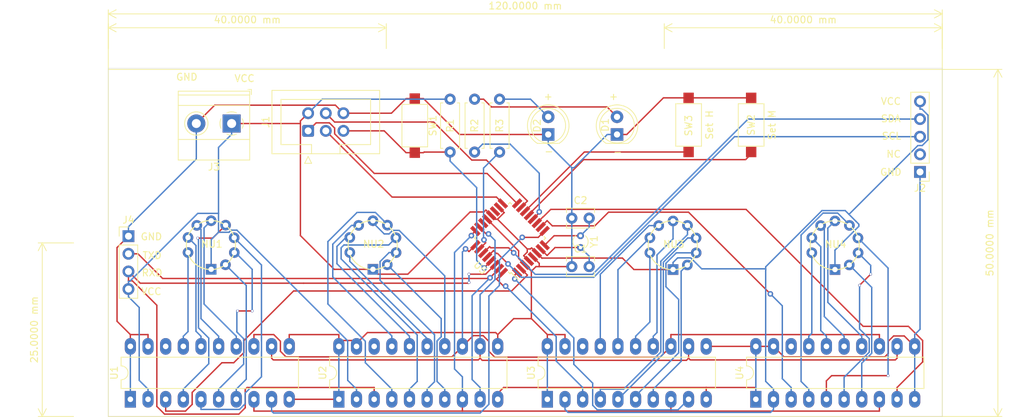
<source format=kicad_pcb>
(kicad_pcb (version 20211014) (generator pcbnew)
  (layers (0 "F.Cu" signal) (31 "B.Cu" signal) (34 "B.Paste" user) (35 "F.Paste" user) (36 "B.SilkS" user "B.Silkscreen") (37 "F.SilkS" user "F.Silkscreen") (38 "B.Mask" user) (39 "F.Mask" user) (44 "Edge.Cuts" user))
  (net 0 "")
  (net 1 "VCC")
  (net 2 "RST")
  (net 3 "Net-(U2-Pad4)")
  (net 4 "Net-(U2-Pad5)")
  (net 5 "Net-(U2-Pad6)")
  (net 6 "Net-(U2-Pad7)")
  (net 7 "Net-(U2-Pad14)")
  (net 8 "Net-(U2-Pad15)")
  (net 9 "Net-(U2-Pad16)")
  (net 10 "Net-(SW2-Pad1)")
  (net 11 "SRCK")
  (net 12 "Net-(SW3-Pad1)")
  (net 15 "MOSI")
  (net 16 "MISO")
  (net 17 "SCK")
  (net 18 "GNDREF")
  (net 19 "Net-(C2-Pad2)")
  (net 20 "Net-(C1-Pad2)")
  (net 21 "G4")
  (net 22 "SD4")
  (net 23 "G3")
  (net 24 "SD3")
  (net 25 "G2")
  (net 26 "SD2")
  (net 27 "RCLK")
  (net 28 "G1")
  (net 29 "SRCLR")
  (net 30 "SD1")
  (net 31 "Net-(U4-Pad4)")
  (net 32 "Net-(U4-Pad5)")
  (net 33 "Net-(U4-Pad6)")
  (net 34 "Net-(U4-Pad7)")
  (net 35 "Net-(U4-Pad14)")
  (net 36 "Net-(U4-Pad15)")
  (net 37 "Net-(U4-Pad16)")
  (net 38 "Net-(U4-Pad17)")
  (net 42 "Net-(U2-Pad17)")
  (net 43 "Net-(D1-Pad2)")
  (net 45 "Net-(J2-Pad4)")
  (net 46 "Net-(J2-Pad3)")
  (net 48 "D1")
  (net 49 "D2")
  (net 50 "Net-(D2-Pad2)")
  (net 51 "Net-(NU1-Pad2)")
  (net 52 "Net-(NU1-Pad3)")
  (net 53 "Net-(NU1-Pad4)")
  (net 54 "Net-(NU1-Pad5)")
  (net 55 "Net-(NU1-Pad6)")
  (net 56 "Net-(NU1-Pad7)")
  (net 57 "Net-(NU1-Pad8)")
  (net 58 "Net-(NU1-Pad9)")
  (net 59 "Net-(NU3-Pad2)")
  (net 60 "Net-(NU3-Pad3)")
  (net 61 "Net-(NU3-Pad4)")
  (net 62 "Net-(NU3-Pad5)")
  (net 63 "Net-(NU3-Pad6)")
  (net 64 "Net-(NU3-Pad7)")
  (net 65 "Net-(NU3-Pad8)")
  (net 66 "Net-(NU3-Pad9)")
  (footprint "Package_DIP:DIP-20_W7.62mm_LongPads" (layer "F.Cu") (at 133.175 127.525 90)
    (fp_text reference "U2")
    (fp_text value "TPIC6595")
  )
  (footprint "Package_DIP:DIP-20_W7.62mm_LongPads" (layer "F.Cu") (at 103.175 127.525 90)
    (fp_text reference "U1")
    (fp_text value "TPIC6595")
  )
  (footprint "Package_DIP:DIP-20_W7.62mm_LongPads" (layer "F.Cu") (at 193.175 127.525 90)
    (fp_text reference "U4")
    (fp_text value "TPIC6595")
  )
  (footprint "Package_QFP:TQFP-32_7x7mm_P0.8mm" (layer "F.Cu") (at 157.8 104.3 135)
    (fp_text reference "U5")
    (fp_text value "ATmega8L-8A")
  )
  (footprint "Numitron:numitron iv-9" (layer "F.Cu") (at 204.98 105.235 180)
    (fp_text reference "NU4")
    (fp_text value "Numitron_IV-9")
  )
  (footprint "Numitron:numitron iv-9" (layer "F.Cu") (at 181.68 105.235 180)
    (fp_text reference "NU3")
    (fp_text value "Numitron_IV-9")
  )
  (footprint "Package_DIP:DIP-20_W7.62mm_LongPads" (layer "F.Cu") (at 163.175 127.525 90)
    (fp_text reference "U3")
    (fp_text value "TPIC6595")
  )
  (footprint "Connector_IDC:IDC-Header_2x03_P2.54mm_Vertical" (layer "F.Cu") (at 128.755 88.8525 90)
    (fp_text reference "J1")
    (fp_text value "AVR-ISP-6")
  )
  (footprint "Resistor_THT:R_Axial_DIN0207_L6.3mm_D2.5mm_P7.62mm_Horizontal" (layer "F.Cu") (at 152.705 91.91 90)
    (fp_text reference "R2")
    (fp_text value "R")
  )
  (footprint "Numitron:numitron iv-9" (layer "F.Cu") (at 115.22 105.2 180)
    (fp_text reference "NU1")
    (fp_text value "Numitron_IV-9")
  )
  (footprint "Capacitor_THT:C_Disc_D3.8mm_W2.6mm_P2.50mm" (layer "F.Cu") (at 166.695 108.41)
    (fp_text reference "C1")
    (fp_text value "C")
  )
  (footprint "Resistor_THT:R_Axial_DIN0207_L6.3mm_D2.5mm_P7.62mm_Horizontal" (layer "F.Cu") (at 149.18 84.29 -90)
    (fp_text reference "R1")
    (fp_text value "R")
  )
  (footprint "Numitron:numitron iv-9" (layer "F.Cu") (at 138.5 105.2 180)
    (fp_text reference "NU2")
    (fp_text value "Numitron_IV-9")
  )
  (footprint "Resistor_THT:R_Axial_DIN0207_L6.3mm_D2.5mm_P7.62mm_Horizontal" (layer "F.Cu") (at 156.3 91.91 90)
    (fp_text reference "R3")
    (fp_text value "R")
  )
  (footprint "Connector_PinHeader_2.54mm:PinHeader_1x04_P2.54mm_Vertical" (layer "F.Cu") (at 102.9 104.025)
    (fp_text reference "J4")
    (fp_text value "UART")
  )
  (footprint "Connector_PinHeader_2.54mm:PinHeader_1x05_P2.54mm_Vertical" (layer "F.Cu") (at 216.8 94.775 180)
    (fp_text reference "J2")
    (fp_text value "rtc")
  )
  (footprint "Crystal:Crystal_Round_D1.5mm_Vertical" (layer "F.Cu") (at 167.945 103.965 -90)
    (fp_text reference "Y1")
    (fp_text value "Crystal")
  )
  (footprint "TerminalBlock_Phoenix:TerminalBlock_Phoenix_MKDS-1,5-2-5.08_1x02_P5.08mm_Horizontal" (layer "F.Cu") (at 117.745 87.795 180)
    (fp_text reference "J3")
    (fp_text value "5v in")
  )
  (footprint "LED_THT:LED_D5.0mm" (layer "F.Cu") (at 163.3 89.375 90)
    (fp_text reference "D2")
    (fp_text value "LED")
  )
  (footprint "LED_THT:LED_D5.0mm" (layer "F.Cu") (at 173.2 89.375 90)
    (fp_text reference "D1")
    (fp_text value "LED")
  )
  (footprint "Button_Switch_SMD:SW_SPST_CK_RS282G05A3" (layer "F.Cu") (at 183.5 88 90)
    (fp_text reference "SW3")
    (fp_text value "Set H")
  )
  (footprint "Button_Switch_SMD:SW_SPST_CK_RS282G05A3" (layer "F.Cu") (at 192.5 88 90)
    (fp_text reference "SW2")
    (fp_text value "Set M")
  )
  (footprint "Capacitor_THT:C_Disc_D3.8mm_W2.6mm_P2.50mm" (layer "F.Cu") (at 166.695 101.425)
    (fp_text reference "C2")
    (fp_text value "C")
  )
  (footprint "Button_Switch_SMD:SW_SPST_CK_RS282G05A3" (layer "F.Cu") (at 144.1 88.1 -90)
    (fp_text reference "SW1")
    (fp_text value "RST")
  )
  (gr_line (start 100 130) (end 100 80) (layer "F.SilkS") (width 0.12))
  (gr_line (start 100 80) (end 220 80) (layer "F.SilkS") (width 0.12))
  (gr_line (start 220 80) (end 220 130) (layer "F.SilkS") (width 0.12))
  (gr_line (start 220 130) (end 100 130) (layer "F.SilkS") (width 0.12))
  (gr_rect (start 100 79.835) (end 220.015 130) (layer "Edge.Cuts") (width 0.05) (fill none))
  (gr_text "RXD" (at 106.3 109.3) (layer "F.SilkS") (effects (font (size 1 1))))
  (gr_text "SCL" (at 212.7 89.6) (layer "F.SilkS") (effects (font (size 1 1))))
  (gr_text "SDA" (at 212.6 87.1) (layer "F.SilkS") (effects (font (size 1 1))))
  (gr_text "-" (at 173.3 91.9) (layer "F.SilkS") (effects (font (size 1 1))))
  (gr_text "TXD" (at 106.3 106.8) (layer "F.SilkS") (effects (font (size 1 1))))
  (gr_text "-" (at 163.4 91.8) (layer "F.SilkS") (effects (font (size 1 1))))
  (gr_text "GND" (at 106.2 104.1) (layer "F.SilkS") (effects (font (size 1 1))))
  (gr_text "+" (at 172.7 83.9) (layer "F.SilkS") (effects (font (size 1 1))))
  (gr_text "NC" (at 213 92.2) (layer "F.SilkS") (effects (font (size 1 1))))
  (gr_text "VCC" (at 119.6 81.3) (layer "F.SilkS") (effects (font (size 1 1))))
  (gr_text "VCC" (at 106.2 112) (layer "F.SilkS") (effects (font (size 1 1))))
  (gr_text "GND" (at 111.3 81.1) (layer "F.SilkS") (effects (font (size 1 1))))
  (gr_text "+" (at 163.3 83.9) (layer "F.SilkS") (effects (font (size 1 1))))
  (gr_text "VCC" (at 212.6 84.6) (layer "F.SilkS") (effects (font (size 1 1))))
  (gr_text "GND" (at 212.6 94.8) (layer "F.SilkS") (effects (font (size 1 1))))
  (dimension (type aligned) (layer "F.SilkS") (pts (xy 140 77) (xy 100 77)) (height 3) (gr_text "40.0000 mm" (at 120 72.85) (layer "F.SilkS") (effects (font (size 1 1) (thickness 0.15)))) (format (units 2) (units_format 1) (precision 4)) (style (thickness 0.12) (arrow_length 1.27) (text_position_mode 0) (extension_height 0.58642) (extension_offset 0) keep_text_aligned))
  (dimension (type aligned) (layer "F.SilkS") (pts (xy 180 77) (xy 220 77)) (height -3) (gr_text "40.0000 mm" (at 200 72.85) (layer "F.SilkS") (effects (font (size 1 1) (thickness 0.15)))) (format (units 2) (units_format 1) (precision 4)) (style (thickness 0.12) (arrow_length 1.27) (text_position_mode 0) (extension_height 0.58642) (extension_offset 0) keep_text_aligned))
  (dimension (type aligned) (layer "F.SilkS") (pts (xy 95 105) (xy 95 130)) (height 4.5) (gr_text "25.0000 mm" (at 89.35 117.5 90) (layer "F.SilkS") (effects (font (size 1 1) (thickness 0.15)))) (format (units 2) (units_format 1) (precision 4)) (style (thickness 0.12) (arrow_length 1.27) (text_position_mode 0) (extension_height 0.58642) (extension_offset 0) keep_text_aligned))
  (dimension (type aligned) (layer "F.SilkS") (pts (xy 220 80) (xy 100 80)) (height 8) (gr_text "120.0000 mm" (at 160 70.85) (layer "F.SilkS") (effects (font (size 1 1) (thickness 0.15)))) (format (units 2) (units_format 1) (precision 4)) (style (thickness 0.12) (arrow_length 1.27) (text_position_mode 0) (extension_height 0.58642) (extension_offset 0) keep_text_aligned))
  (dimension (type aligned) (layer "F.SilkS") (pts (xy 220 130) (xy 220 80)) (height 8) (gr_text "50.0000 mm" (at 226.85 105 90) (layer "F.SilkS") (effects (font (size 1 1) (thickness 0.15)))) (format (units 2) (units_format 1) (precision 4)) (style (thickness 0.12) (arrow_length 1.27) (text_position_mode 0) (extension_height 0.58642) (extension_offset 0) keep_text_aligned))
  (segment (start 155.3337 101.2681) (end 155.5898 101.5242) (width 0.2) (layer "F.Cu") (net 1))
  (segment (start 154.3279 100.2622) (end 154.0506 100.5395) (width 0.2) (layer "F.Cu") (net 1))
  (segment (start 162.4035 107.2064) (end 162.4277 107.1822) (width 0.2) (layer "F.Cu") (net 1))
  (segment (start 156.9587 100.6304) (end 156.9587 100.6303) (width 0.2) (layer "F.Cu") (net 1))
  (segment (start 175.635 108.835) (end 173.9822 107.1822) (width 0.2) (layer "F.Cu") (net 1))
  (segment (start 160.7434 105.8675) (end 160.904 105.7069) (width 0.2) (layer "F.Cu") (net 1))
  (segment (start 162.4277 107.1822) (end 173.9822 107.1822) (width 0.2) (layer "F.Cu") (net 1))
  (segment (start 127.6427 103.9427) (end 127.6427 87.795) (width 0.2) (layer "F.Cu") (net 1))
  (segment (start 156.209 99.8806) (end 156.9587 100.6303) (width 0.2) (layer "F.Cu") (net 1))
  (segment (start 160.5224 107.588) (end 159.7727 106.8382) (width 0.2) (layer "F.Cu") (net 1))
  (segment (start 160.2866 106.3243) (end 159.7727 106.8382) (width 0.2) (layer "F.Cu") (net 1))
  (segment (start 160.2866 105.8675) (end 160.2866 106.3243) (width 0.2) (layer "F.Cu") (net 1))
  (segment (start 138.76 109.5) (end 143.1 109.5) (width 0.2) (layer "F.Cu") (net 1))
  (segment (start 160.2866 105.8675) (end 160.7434 105.8675) (width 0.2) (layer "F.Cu") (net 1))
  (segment (start 138.08 108.82) (end 138.76 109.5) (width 0.2) (layer "F.Cu") (net 1))
  (segment (start 117.745 87.795) (end 119.3053 87.795) (width 0.2) (layer "F.Cu") (net 1))
  (segment (start 155.6506 101.585) (end 156.0041 101.585) (width 0.2) (layer "F.Cu") (net 1))
  (segment (start 127.6427 87.4248) (end 127.6427 87.795) (width 0.2) (layer "F.Cu") (net 1))
  (segment (start 155.3337 101.2681) (end 155.0776 101.012) (width 0.2) (layer "F.Cu") (net 1))
  (segment (start 128.755 86.3125) (end 127.6427 87.4248) (width 0.2) (layer "F.Cu") (net 1))
  (segment (start 156.0041 101.585) (end 160.2866 105.8675) (width 0.2) (layer "F.Cu") (net 1))
  (segment (start 155.5898 101.5242) (end 155.6506 101.585) (width 0.2) (layer "F.Cu") (net 1))
  (segment (start 181.26 108.835) (end 175.635 108.835) (width 0.2) (layer "F.Cu") (net 1))
  (segment (start 138.08 108.8) (end 132.5 108.8) (width 0.2) (layer "F.Cu") (net 1))
  (segment (start 161.6537 106.4567) (end 160.904 105.7069) (width 0.2) (layer "F.Cu") (net 1))
  (segment (start 156.0041 101.585) (end 156.9587 100.6304) (width 0.2) (layer "F.Cu") (net 1))
  (segment (start 154.0506 100.5395) (end 152.0605 100.5395) (width 0.2) (layer "F.Cu") (net 1))
  (segment (start 119.3053 87.795) (end 127.6427 87.795) (width 0.2) (layer "F.Cu") (net 1))
  (segment (start 132.5 108.8) (end 127.6427 103.9427) (width 0.2) (layer "F.Cu") (net 1))
  (segment (start 155.0776 101.012) (end 154.3279 100.2622) (width 0.2) (layer "F.Cu") (net 1))
  (segment (start 161.6537 106.4567) (end 162.4035 107.2064) (width 0.2) (layer "F.Cu") (net 1))
  (segment (start 143.1 109.5) (end 152.0605 100.5395) (width 0.2) (layer "F.Cu") (net 1))
  (segment (start 138.08 108.8) (end 138.08 108.82) (width 0.2) (layer "F.Cu") (net 1))
  (segment (start 134.445 119.0991) (end 134.445 124.7947) (width 0.2) (layer "B.Cu") (net 1))
  (segment (start 105.715 127.525) (end 105.715 126.0647) (width 0.2) (layer "B.Cu") (net 1))
  (segment (start 104.445 124.7947) (end 105.715 126.0647) (width 0.2) (layer "B.Cu") (net 1))
  (segment (start 115.8576 100.7398) (end 112.8731 100.7398) (width 0.2) (layer "B.Cu") (net 1))
  (segment (start 134.445 124.7947) (end 135.715 126.0647) (width 0.2) (layer "B.Cu") (net 1))
  (segment (start 204.56 108.835) (end 204.56 106.04) (width 0.2) (layer "B.Cu") (net 1))
  (segment (start 216.8 84.615) (end 216.8 85.7253) (width 0.2) (layer "B.Cu") (net 1))
  (segment (start 112.8731 100.7398) (end 103.0782 110.5347) (width 0.2) (layer "B.Cu") (net 1))
  (segment (start 204.56 106.04) (end 208 102.6) (width 0.2) (layer "B.Cu") (net 1))
  (segment (start 181.9201 107.1526) (end 183.8075 107.1526) (width 0.2) (layer "B.Cu") (net 1))
  (segment (start 135.715 127.525) (end 135.715 126.0647) (width 0.2) (layer "B.Cu") (net 1))
  (segment (start 181.26 107.8127) (end 181.9201 107.1526) (width 0.2) (layer "B.Cu") (net 1))
  (segment (start 206.03188 100.34048) (end 207.5982 101.9068) (width 0.2) (layer "B.Cu") (net 1))
  (segment (start 185.3845 108.7296) (end 194.5879 108.7296) (width 0.2) (layer "B.Cu") (net 1))
  (segment (start 115.8576 103.4622) (end 115.8579 103.4625) (width 0.2) (layer "B.Cu") (net 1))
  (segment (start 206.5758 100.8844) (end 216.4952 90.965) (width 0.2) (layer "B.Cu") (net 1))
  (segment (start 117.745 89.3553) (end 115.8576 91.2427) (width 0.2) (layer "B.Cu") (net 1))
  (segment (start 208 102.6) (end 208 102.3087) (width 0.2) (layer "B.Cu") (net 1))
  (segment (start 117.6831 103.1569) (end 118.5028 103.1569) (width 0.2) (layer "B.Cu") (net 1))
  (segment (start 130.7775 84.29) (end 149.18 84.29) (width 0.2) (layer "B.Cu") (net 1))
  (segment (start 103.0782 110.5347) (end 102.9 110.5347) (width 0.2) (layer "B.Cu") (net 1))
  (segment (start 102.9 111.645) (end 102.9 110.5347) (width 0.2) (layer "B.Cu") (net 1))
  (segment (start 102.9 112.7553) (end 104.445 114.3003) (width 0.2) (layer "B.Cu") (net 1))
  (segment (start 206.03188 100.34048) (end 202.69042 100.34048) (width 0.2) (layer "B.Cu") (net 1))
  (segment (start 115.8576 91.2427) (end 115.8576 100.7398) (width 0.2) (layer "B.Cu") (net 1))
  (segment (start 194.5879 108.7296) (end 194.5879 108.8879) (width 0.2) (layer "B.Cu") (net 1))
  (segment (start 217.9512 86.5989) (end 217.0776 85.7253) (width 0.2) (layer "B.Cu") (net 1))
  (segment (start 216.4952 90.965) (end 217.1218 90.965) (width 0.2) (layer "B.Cu") (net 1))
  (segment (start 202.69042 100.34048) (end 194.5879 108.443) (width 0.2) (layer "B.Cu") (net 1))
  (segment (start 194.5879 108.443) (end 194.5879 108.8879) (width 0.2) (layer "B.Cu") (net 1))
  (segment (start 165.715 128.9853) (end 166.1455 129.4158) (width 0.2) (layer "B.Cu") (net 1))
  (segment (start 208 102.3087) (end 207.5982 101.9069) (width 0.2) (layer "B.Cu") (net 1))
  (segment (start 195.2845 129.4158) (end 195.715 128.9853) (width 0.2) (layer "B.Cu") (net 1))
  (segment (start 117.745 87.795) (end 117.745 89.3553) (width 0.2) (layer "B.Cu") (net 1))
  (segment (start 115.8579 103.4625) (end 117.3775 103.4625) (width 0.2) (layer "B.Cu") (net 1))
  (segment (start 217.0776 85.7253) (end 216.8 85.7253) (width 0.2) (layer "B.Cu") (net 1))
  (segment (start 104.445 114.3003) (end 104.445 124.7947) (width 0.2) (layer "B.Cu") (net 1))
  (segment (start 117.3775 103.4625) (end 117.6831 103.1569) (width 0.2) (layer "B.Cu") (net 1))
  (segment (start 115.8579 103.4625) (end 114.8 104.5204) (width 0.2) (layer "B.Cu") (net 1))
  (segment (start 181.26 108.835) (end 181.26 107.8127) (width 0.2) (layer "B.Cu") (net 1))
  (segment (start 183.8075 107.1526) (end 185.3845 108.7296) (width 0.2) (layer "B.Cu") (net 1))
  (segment (start 217.1218 90.965) (end 217.9512 90.1356) (width 0.2) (layer "B.Cu") (net 1))
  (segment (start 118.5028 103.1569) (end 134.445 119.0991) (width 0.2) (layer "B.Cu") (net 1))
  (segment (start 165.715 127.525) (end 165.715 128.9853) (width 0.2) (layer "B.Cu") (net 1))
  (segment (start 114.8 104.5204) (end 114.8 108.8) (width 0.2) (layer "B.Cu") (net 1))
  (segment (start 207.5982 101.9068) (end 207.5982 101.9069) (width 0.2) (layer "B.Cu") (net 1))
  (segment (start 217.9512 90.1356) (end 217.9512 86.5989) (width 0.2) (layer "B.Cu") (net 1))
  (segment (start 194.5879 108.8879) (end 194.5879 124.9376) (width 0.2) (layer "B.Cu") (net 1))
  (segment (start 194.5879 124.9376) (end 195.715 126.0647) (width 0.2) (layer "B.Cu") (net 1))
  (segment (start 166.1455 129.4158) (end 195.2845 129.4158) (width 0.2) (layer "B.Cu") (net 1))
  (segment (start 128.755 86.3125) (end 130.7775 84.29) (width 0.2) (layer "B.Cu") (net 1))
  (segment (start 115.8576 100.7398) (end 115.8576 103.4622) (width 0.2) (layer "B.Cu") (net 1))
  (segment (start 102.9 111.645) (end 102.9 112.7553) (width 0.2) (layer "B.Cu") (net 1))
  (segment (start 195.715 127.525) (end 195.715 126.0647) (width 0.2) (layer "B.Cu") (net 1))
  (segment (start 195.715 127.525) (end 195.715 128.9853) (width 0.2) (layer "B.Cu") (net 1))
  (segment (start 149.18 91.91) (end 145.44 91.91) (width 0.2) (layer "F.Cu") (net 2))
  (segment (start 154.618 108.0475) (end 154.158 108.507) (width 0.2) (layer "F.Cu") (net 2))
  (segment (start 154.6181 108.0475) (end 155.0776 107.588) (width 0.2) (layer "F.Cu") (net 2))
  (segment (start 142.85 92) (end 139.702 88.8525) (width 0.2) (layer "F.Cu") (net 2))
  (segment (start 154.158 108.507) (end 154.158 108.561) (width 0.2) (layer "F.Cu") (net 2))
  (segment (start 139.702 88.8525) (end 133.835 88.8525) (width 0.2) (layer "F.Cu") (net 2))
  (segment (start 155.078 107.588) (end 154.618 108.0475) (width 0.2) (layer "F.Cu") (net 2))
  (segment (start 145.35 92) (end 144.1 92) (width 0.2) (layer "F.Cu") (net 2))
  (segment (start 145.44 91.91) (end 145.35 92) (width 0.2) (layer "F.Cu") (net 2))
  (segment (start 154.618 108.0475) (end 154.6181 108.0475) (width 0.2) (layer "F.Cu") (net 2))
  (segment (start 144.1 92) (end 142.85 92) (width 0.2) (layer "F.Cu") (net 2))
  (segment (start 154.158 108.561) (end 154.096 108.623) (width 0.2) (layer "F.Cu") (net 2))
  (via (at 154.096 108.623) (size 0.8) (drill 0.4) (layers "F.Cu" "B.Cu") (net 2))
  (segment (start 153.003 107.53) (end 154.096 108.623) (width 0.2) (layer "B.Cu") (net 2))
  (segment (start 149.18 91.91) (end 149.18 93.21) (width 0.2) (layer "B.Cu") (net 2))
  (segment (start 153.003 97.0329) (end 153.003 107.53) (width 0.2) (layer "B.Cu") (net 2))
  (segment (start 149.18 93.21) (end 153.003 97.0329) (width 0.2) (layer "B.Cu") (net 2))
  (segment (start 135.8 100.6) (end 138.4282 100.6) (width 0.2) (layer "B.Cu") (net 3))
  (segment (start 140.795 127.525) (end 140.795 126.0647) (width 0.2) (layer "B.Cu") (net 3))
  (segment (start 132.7425 114.9425) (end 131.6 113.8) (width 0.2) (layer "B.Cu") (net 3))
  (segment (start 132.7598 114.9425) (end 132.7425 114.9425) (width 0.2) (layer "B.Cu") (net 3))
  (segment (start 140.795 126.0647) (end 136.985 122.2547) (width 0.2) (layer "B.Cu") (net 3))
  (segment (start 136.985 122.2547) (end 136.985 119.1677) (width 0.2) (layer "B.Cu") (net 3))
  (segment (start 140.16 102.3318) (end 140.16 102.44) (width 0.2) (layer "B.Cu") (net 3))
  (segment (start 131.6 104.8) (end 135.8 100.6) (width 0.2) (layer "B.Cu") (net 3))
  (segment (start 136.985 119.1677) (end 132.7598 114.9425) (width 0.2) (layer "B.Cu") (net 3))
  (segment (start 131.6 113.8) (end 131.6 104.8) (width 0.2) (layer "B.Cu") (net 3))
  (segment (start 138.4282 100.6) (end 140.16 102.3318) (width 0.2) (layer "B.Cu") (net 3))
  (segment (start 143.335 126.0647) (end 143.335 127.525) (width 0.2) (layer "B.Cu") (net 4))
  (segment (start 144.4461 118.2461) (end 144.4461 124.9536) (width 0.2) (layer "B.Cu") (net 4))
  (segment (start 133.5 105.7) (end 133.5 107.3) (width 0.2) (layer "B.Cu") (net 4))
  (segment (start 140.34 105.3) (end 133.9 105.3) (width 0.2) (layer "B.Cu") (net 4))
  (segment (start 144.4461 124.9536) (end 143.335 126.0647) (width 0.2) (layer "B.Cu") (net 4))
  (segment (start 133.9 105.3) (end 133.5 105.7) (width 0.2) (layer "B.Cu") (net 4))
  (segment (start 141.39 104.25) (end 140.34 105.3) (width 0.2) (layer "B.Cu") (net 4))
  (segment (start 133.5 107.3) (end 144.4461 118.2461) (width 0.2) (layer "B.Cu") (net 4))
  (segment (start 146.6613 117.9387) (end 139.1024 110.3798) (width 0.2) (layer "B.Cu") (net 5))
  (segment (start 140.3993 106.39) (end 141.41 106.39) (width 0.2) (layer "B.Cu") (net 5))
  (segment (start 146.8113 118.0887) (end 146.6613 117.9387) (width 0.2) (layer "B.Cu") (net 5))
  (segment (start 139.1024 110.3798) (end 139.1024 107.6869) (width 0.2) (layer "B.Cu") (net 5))
  (segment (start 146.94048 124.99922) (end 146.94048 118.21788) (width 0.2) (layer "B.Cu") (net 5))
  (segment (start 145.875 127.525) (end 145.875 126.0647) (width 0.2) (layer "B.Cu") (net 5))
  (segment (start 139.1024 107.6869) (end 140.3993 106.39) (width 0.2) (layer "B.Cu") (net 5))
  (segment (start 146.93452 118.21192) (end 146.8113 118.0887) (width 0.2) (layer "B.Cu") (net 5))
  (segment (start 145.875 126.0647) (end 146.94048 124.99922) (width 0.2) (layer "B.Cu") (net 5))
  (segment (start 146.94048 118.21788) (end 146.6613 117.9387) (width 0.2) (layer "B.Cu") (net 5))
  (segment (start 148.415 127.525) (end 148.415 126.0647) (width 0.2) (layer "B.Cu") (net 6))
  (segment (start 147.710807 118.710807) (end 147.35548 119.066133) (width 0.2) (layer "B.Cu") (net 6))
  (segment (start 147.3 119.121614) (end 147.710807 118.710807) (width 0.2) (layer "B.Cu") (net 6))
  (segment (start 147.9 118.521613) (end 147.710807 118.710807) (width 0.2) (layer "B.Cu") (net 6))
  (segment (start 147.3 124.9497) (end 147.3 119.121614) (width 0.2) (layer "B.Cu") (net 6))
  (segment (start 148.415 126.0647) (end 147.3 124.9497) (width 0.2) (layer "B.Cu") (net 6))
  (segment (start 147.9 115.9) (end 147.9 118.521613) (width 0.2) (layer "B.Cu") (net 6))
  (segment (start 140.14 108.14) (end 147.9 115.9) (width 0.2) (layer "B.Cu") (net 6))
  (segment (start 141.8505 103.1892) (end 140.9108 103.1892) (width 0.2) (layer "B.Cu") (net 7))
  (segment (start 138.08 102.08) (end 138.08 101.8) (width 0.2) (layer "B.Cu") (net 7))
  (segment (start 139.7 103.7) (end 138.08 102.08) (width 0.2) (layer "B.Cu") (net 7))
  (segment (start 148.415 109.7537) (end 141.8505 103.1892) (width 0.2) (layer "B.Cu") (net 7))
  (segment (start 140.9108 103.1892) (end 140.4 103.7) (width 0.2) (layer "B.Cu") (net 7))
  (segment (start 140.4 103.7) (end 139.7 103.7) (width 0.2) (layer "B.Cu") (net 7))
  (segment (start 148.415 119.905) (end 148.415 109.7537) (width 0.2) (layer "B.Cu") (net 7))
  (segment (start 134.75 106.38) (end 134.75 107.65) (width 0.2) (layer "B.Cu") (net 8))
  (segment (start 134.75 107.65) (end 145.875 118.775) (width 0.2) (layer "B.Cu") (net 8))
  (segment (start 145.875 118.775) (end 145.875 119.905) (width 0.2) (layer "B.Cu") (net 8))
  (segment (start 134.18 104.22) (end 134.75 104.22) (width 0.2) (layer "B.Cu") (net 9))
  (segment (start 133.5123 108.6123) (end 132.9 108) (width 0.2) (layer "B.Cu") (net 9))
  (segment (start 143.335 119.905) (end 143.335 118.4447) (width 0.2) (layer "B.Cu") (net 9))
  (segment (start 132.9 105.5) (end 134.18 104.22) (width 0.2) (layer "B.Cu") (net 9))
  (segment (start 133.5123 108.622) (end 133.5123 108.6123) (width 0.2) (layer "B.Cu") (net 9))
  (segment (start 132.9 108) (end 132.9 105.5) (width 0.2) (layer "B.Cu") (net 9))
  (segment (start 133.5123 108.622) (end 143.335 118.4447) (width 0.2) (layer "B.Cu") (net 9))
  (segment (start 160.522361 101.011953) (end 160.522361 100.877639) (width 0.2) (layer "F.Cu") (net 10))
  (segment (start 168.4 93) (end 191.7 93) (width 0.2) (layer "F.Cu") (net 10))
  (segment (start 191.7 93) (end 192.5 92.2) (width 0.2) (layer "F.Cu") (net 10))
  (segment (start 192.5 92.2) (end 192.5 91.9) (width 0.2) (layer "F.Cu") (net 10))
  (segment (start 160.522361 100.877639) (end 168.4 93) (width 0.2) (layer "F.Cu") (net 10))
  (segment (start 124.765 120.612) (end 125.567 121.415) (width 0.2) (layer "F.Cu") (net 11))
  (segment (start 154.765 120.617) (end 154.765 119.188) (width 0.2) (layer "F.Cu") (net 11))
  (segment (start 152.3555 105.7845) (end 152.815 105.325) (width 0.2) (layer "F.Cu") (net 11))
  (segment (start 180.955 118.205) (end 210.955 118.205) (width 0.2) (layer "F.Cu") (net 11))
  (segment (start 120.955 119.905) (end 120.955 118.205) (width 0.2) (layer "F.Cu") (net 11))
  (segment (start 151.401 105.856) (end 151.507 105.856) (width 0.2) (layer "F.Cu") (net 11))
  (segment (start 155.6 121.453) (end 154.765 120.617) (width 0.2) (layer "F.Cu") (net 11))
  (segment (start 151.896 106.244) (end 152.3555 105.7845) (width 0.2) (layer "F.Cu") (net 11))
  (segment (start 152.505 118.355) (end 150.955 119.905) (width 0.2) (layer "F.Cu") (net 11))
  (segment (start 152.3557 105.7845) (end 152.8149 105.3253) (width 0.2) (layer "F.Cu") (net 11))
  (segment (start 179.407 121.453) (end 155.6 121.453) (width 0.2) (layer "F.Cu") (net 11))
  (segment (start 123.808 118.205) (end 124.765 119.162) (width 0.2) (layer "F.Cu") (net 11))
  (segment (start 124.765 119.162) (end 124.765 120.612) (width 0.2) (layer "F.Cu") (net 11))
  (segment (start 151.507 105.856) (end 151.896 106.244) (width 0.2) (layer "F.Cu") (net 11))
  (segment (start 154.765 119.188) (end 153.932 118.355) (width 0.2) (layer "F.Cu") (net 11))
  (segment (start 125.567 121.415) (end 149.445 121.415) (width 0.2) (layer "F.Cu") (net 11))
  (segment (start 120.955 118.205) (end 123.808 118.205) (width 0.2) (layer "F.Cu") (net 11))
  (segment (start 153.932 118.355) (end 152.505 118.355) (width 0.2) (layer "F.Cu") (net 11))
  (segment (start 152.3555 105.7845) (end 152.3557 105.7845) (width 0.2) (layer "F.Cu") (net 11))
  (segment (start 180.955 119.905) (end 179.407 121.453) (width 0.2) (layer "F.Cu") (net 11))
  (segment (start 210.955 118.205) (end 210.955 119.905) (width 0.2) (layer "F.Cu") (net 11))
  (segment (start 180.955 119.905) (end 180.955 118.205) (width 0.2) (layer "F.Cu") (net 11))
  (segment (start 149.445 121.415) (end 150.955 119.905) (width 0.2) (layer "F.Cu") (net 11))
  (via (at 151.401 105.856) (size 0.8) (drill 0.4) (layers "F.Cu" "B.Cu") (net 11))
  (segment (start 150.955 119.905) (end 150.955 106.302) (width 0.2) (layer "B.Cu") (net 11))
  (segment (start 150.955 106.302) (end 151.401 105.856) (width 0.2) (layer "B.Cu") (net 11))
  (segment (start 168.503 91.9) (end 159.957 100.446) (width 0.2) (layer "F.Cu") (net 12))
  (segment (start 159.957 100.446) (end 159.9567 100.4463) (width 0.2) (layer "F.Cu") (net 12))
  (segment (start 183.5 91.9) (end 168.503 91.9) (width 0.2) (layer "F.Cu") (net 12))
  (segment (start 154.41 93.061) (end 152.295 93.061) (width 0.2) (layer "F.Cu") (net 15))
  (segment (start 159.391 99.8806) (end 160.31 98.9613) (width 0.2) (layer "F.Cu") (net 15))
  (segment (start 146.817 87.5825) (end 132.565 87.5825) (width 0.2) (layer "F.Cu") (net 15))
  (segment (start 160.31 98.9613) (end 154.41 93.061) (width 0.2) (layer "F.Cu") (net 15))
  (segment (start 132.565 87.5825) (end 131.295 86.3125) (width 0.2) (layer "F.Cu") (net 15))
  (segment (start 152.295 93.061) (end 146.817 87.5825) (width 0.2) (layer "F.Cu") (net 15))
  (segment (start 129.906 87.7017) (end 131.817 87.7017) (width 0.2) (layer "F.Cu") (net 16))
  (segment (start 131.817 87.7017) (end 132.565 88.4497) (width 0.2) (layer "F.Cu") (net 16))
  (segment (start 132.565 89.2799) (end 138.273 94.9876) (width 0.2) (layer "F.Cu") (net 16))
  (segment (start 154.498 94.9876) (end 158.825 99.3149) (width 0.2) (layer "F.Cu") (net 16))
  (segment (start 138.273 94.9876) (end 154.498 94.9876) (width 0.2) (layer "F.Cu") (net 16))
  (segment (start 128.755 88.8525) (end 129.906 87.7017) (width 0.2) (layer "F.Cu") (net 16))
  (segment (start 158.8253 99.3149) (end 158.825 99.3149) (width 0.2) (layer "F.Cu") (net 16))
  (segment (start 132.565 88.4497) (end 132.565 89.2799) (width 0.2) (layer "F.Cu") (net 16))
  (segment (start 131.295 88.8525) (end 140.838 98.3957) (width 0.2) (layer "F.Cu") (net 17))
  (segment (start 140.838 98.3957) (end 155.856 98.3957) (width 0.2) (layer "F.Cu") (net 17))
  (segment (start 156.7747 99.3145) (end 156.7747 99.3149) (width 0.2) (layer "F.Cu") (net 17))
  (segment (start 156.3155 98.8553) (end 156.775 99.3149) (width 0.2) (layer "F.Cu") (net 17))
  (segment (start 156.3155 98.8553) (end 156.7747 99.3145) (width 0.2) (layer "F.Cu") (net 17))
  (segment (start 155.856 98.3957) (end 156.3155 98.8553) (width 0.2) (layer "F.Cu") (net 17))
  (segment (start 132.677 85.1542) (end 133.835 86.3125) (width 0.2) (layer "F.Cu") (net 18))
  (segment (start 193.175 119.905) (end 186.035 119.905) (width 0.2) (layer "F.Cu") (net 18))
  (segment (start 162.007 108.41) (end 161.539 108.41) (width 0.2) (layer "F.Cu") (net 18))
  (segment (start 193.175 127.525) (end 193.175 125.825) (width 0.2) (layer "F.Cu") (net 18))
  (segment (start 126.035 119.905) (end 126.035 118.205) (width 0.2) (layer "F.Cu") (net 18))
  (segment (start 212.225 120.925) (end 212.225 119.176) (width 0.2) (layer "F.Cu") (net 18))
  (segment (start 160.876 115.906) (end 158.334 115.906) (width 0.2) (layer "F.Cu") (net 18))
  (segment (start 150.525 89.375) (end 145.35 84.2) (width 0.2) (layer "F.Cu") (net 18))
  (segment (start 140.738 86.3125) (end 142.85 84.2) (width 0.2) (layer "F.Cu") (net 18))
  (segment (start 193.175 125.825) (end 186.035 125.825) (width 0.2) (layer "F.Cu") (net 18))
  (segment (start 142.85 84.2) (end 144.1 84.2) (width 0.2) (layer "F.Cu") (net 18))
  (segment (start 156.885 125.825) (end 163.175 125.825) (width 0.2) (layer "F.Cu") (net 18))
  (segment (start 211.735 121.415) (end 212.225 120.925) (width 0.2) (layer "F.Cu") (net 18))
  (segment (start 159.038 106.139) (end 158.392 105.494) (width 0.2) (layer "F.Cu") (net 18))
  (segment (start 126.035 118.205) (end 133.175 118.205) (width 0.2) (layer "F.Cu") (net 18))
  (segment (start 163.3 89.375) (end 150.525 89.375) (width 0.2) (layer "F.Cu") (net 18))
  (segment (start 105.715 118.205) (end 103.175 118.205) (width 0.2) (layer "F.Cu") (net 18))
  (segment (start 133.175 127.525) (end 126.035 127.525) (width 0.2) (layer "F.Cu") (net 18))
  (segment (start 156.035 126.675) (end 156.885 125.825) (width 0.2) (layer "F.Cu") (net 18))
  (segment (start 133.835 86.3125) (end 140.738 86.3125) (width 0.2) (layer "F.Cu") (net 18))
  (segment (start 160.876 109.073) (end 160.876 115.906) (width 0.2) (layer "F.Cu") (net 18))
  (segment (start 112.665 87.795) (end 115.306 85.1542) (width 0.2) (layer "F.Cu") (net 18))
  (segment (start 159.957 108.154) (end 159.4975 107.694) (width 0.2) (layer "F.Cu") (net 18))
  (segment (start 162.007 107.942) (end 162.007 108.41) (width 0.2) (layer "F.Cu") (net 18))
  (segment (start 155.742 117.912) (end 156.035 118.205) (width 0.2) (layer "F.Cu") (net 18))
  (segment (start 102.9 104.025) (end 101.256 105.669) (width 0.2) (layer "F.Cu") (net 18))
  (segment (start 137.283 117.912) (end 155.742 117.912) (width 0.2) (layer "F.Cu") (net 18))
  (segment (start 133.175 119.905) (end 133.175 119.055) (width 0.2) (layer "F.Cu") (net 18))
  (segment (start 158.392 105.494) (end 158.392 105.458) (width 0.2) (layer "F.Cu") (net 18))
  (segment (start 159.038 107.234) (end 159.038 106.139) (width 0.2) (layer "F.Cu") (net 18))
  (segment (start 115.306 85.1542) (end 132.677 85.1542) (width 0.2) (layer "F.Cu") (net 18))
  (segment (start 160.876 115.906) (end 163.175 118.205) (width 0.2) (layer "F.Cu") (net 18))
  (segment (start 156.035 119.905) (end 156.035 118.205) (width 0.2) (layer "F.Cu") (net 18))
  (segment (start 156.035 127.525) (end 156.035 126.675) (width 0.2) (layer "F.Cu") (net 18))
  (segment (start 160.876 109.073) (end 159.957 108.154) (width 0.2) (layer "F.Cu") (net 18))
  (segment (start 135.715 119.905) (end 135.715 119.48) (width 0.2) (layer "F.Cu") (net 18))
  (segment (start 163.175 119.905) (end 163.175 118.205) (width 0.2) (layer "F.Cu") (net 18))
  (segment (start 135.715 119.055) (end 135.715 119.48) (width 0.2) (layer "F.Cu") (net 18))
  (segment (start 154.512 101.5776) (end 154.512 101.578) (width 0.2) (layer "F.Cu") (net 18))
  (segment (start 212.225 119.176) (end 212.996 118.405) (width 0.2) (layer "F.Cu") (net 18))
  (segment (start 101.256 116.286) (end 103.175 118.205) (width 0.2) (layer "F.Cu") (net 18))
  (segment (start 174.6 89.375) (end 179.875 84.1) (width 0.2) (layer "F.Cu") (net 18))
  (segment (start 212.996 118.405) (end 214.535 118.405) (width 0.2) (layer "F.Cu") (net 18))
  (segment (start 145.35 84.2) (end 144.1 84.2) (width 0.2) (layer "F.Cu") (net 18))
  (segment (start 165.715 119.905) (end 165.715 118.205) (width 0.2) (layer "F.Cu") (net 18))
  (segment (start 163.175 125.825) (end 186.035 125.825) (width 0.2) (layer "F.Cu") (net 18))
  (segment (start 158.392 105.458) (end 154.512 101.578) (width 0.2) (layer "F.Cu") (net 18))
  (segment (start 179.875 84.1) (end 183.5 84.1) (width 0.2) (layer "F.Cu") (net 18))
  (segment (start 133.175 118.205) (end 133.175 119.055) (width 0.2) (layer "F.Cu") (net 18))
  (segment (start 133.175 119.055) (end 135.715 119.055) (width 0.2) (layer "F.Cu") (net 18))
  (segment (start 163.175 127.525) (end 163.175 125.825) (width 0.2) (layer "F.Cu") (net 18))
  (segment (start 159.9567 108.1532) (end 159.9567 108.1537) (width 0.2) (layer "F.Cu") (net 18))
  (segment (start 158.334 115.906) (end 156.035 118.205) (width 0.2) (layer "F.Cu") (net 18))
  (segment (start 183.5 84.1) (end 192.5 84.1) (width 0.2) (layer "F.Cu") (net 18))
  (segment (start 135.715 119.48) (end 137.283 117.912) (width 0.2) (layer "F.Cu") (net 18))
  (segment (start 161.0882 107.0222) (end 162.007 107.942) (width 0.2) (layer "F.Cu") (net 18))
  (segment (start 165.715 118.205) (end 163.175 118.205) (width 0.2) (layer "F.Cu") (net 18))
  (segment (start 166.695 108.41) (end 162.007 108.41) (width 0.2) (layer "F.Cu") (net 18))
  (segment (start 186.035 127.525) (end 186.035 125.825) (width 0.2) (layer "F.Cu") (net 18))
  (segment (start 195.715 119.905) (end 193.175 119.905) (width 0.2) (layer "F.Cu") (net 18))
  (segment (start 101.256 105.669) (end 101.256 116.286) (width 0.2) (layer "F.Cu") (net 18))
  (segment (start 195.715 119.905) (end 197.225 121.415) (width 0.2) (layer "F.Cu") (net 18))
  (segment (start 103.175 119.905) (end 103.175 118.205) (width 0.2) (layer "F.Cu") (net 18))
  (segment (start 161.539 108.41) (end 160.876 109.073) (width 0.2) (layer "F.Cu") (net 18))
  (segment (start 173.2 89.375) (end 174.6 89.375) (width 0.2) (layer "F.Cu") (net 18))
  (segment (start 214.535 118.405) (end 216.035 119.905) (width 0.2) (layer "F.Cu") (net 18))
  (segment (start 159.4975 107.694) (end 159.038 107.234) (width 0.2) (layer "F.Cu") (net 18))
  (segment (start 159.4975 107.694) (end 159.9567 108.1532) (width 0.2) (layer "F.Cu") (net 18))
  (segment (start 197.225 121.415) (end 211.735 121.415) (width 0.2) (layer "F.Cu") (net 18))
  (segment (start 105.715 119.905) (end 105.715 118.205) (width 0.2) (layer "F.Cu") (net 18))
  (segment (start 216.035 118.205) (end 216.8 117.44) (width 0.2) (layer "B.Cu") (net 18))
  (segment (start 102.9 102.675) (end 102.9 104.025) (width 0.2) (layer "B.Cu") (net 18))
  (segment (start 166.695 108.41) (end 166.695 101.425) (width 0.2) (layer "B.Cu") (net 18))
  (segment (start 166.695 101.425) (end 166.695 94.17) (width 0.2) (layer "B.Cu") (net 18))
  (segment (start 216.8 117.44) (end 216.8 94.775) (width 0.2) (layer "B.Cu") (net 18))
  (segment (start 163.3 89.375) (end 163.3 90.775) (width 0.2) (layer "B.Cu") (net 18))
  (segment (start 171.8 89.375) (end 173.2 89.375) (width 0.2) (layer "B.Cu") (net 18))
  (segment (start 163.175 119.905) (end 163.175 127.525) (width 0.2) (layer "B.Cu") (net 18))
  (segment (start 216.035 119.905) (end 216.035 118.205) (width 0.2) (layer "B.Cu") (net 18))
  (segment (start 167.005 94.17) (end 171.8 89.375) (width 0.2) (layer "B.Cu") (net 18))
  (segment (start 133.175 127.525) (end 133.175 119.905) (width 0.2) (layer "B.Cu") (net 18))
  (segment (start 166.695 94.17) (end 167.005 94.17) (width 0.2) (layer "B.Cu") (net 18))
  (segment (start 103.175 127.525) (end 103.175 119.905) (width 0.2) (layer "B.Cu") (net 18))
  (segment (start 112.665 87.795) (end 112.665 92.91) (width 0.2) (layer "B.Cu") (net 18))
  (segment (start 163.3 90.775) (end 166.695 94.17) (width 0.2) (layer "B.Cu") (net 18))
  (segment (start 216.035 119.905) (end 216.035 127.525) (width 0.2) (layer "B.Cu") (net 18))
  (segment (start 112.665 92.91) (end 102.9 102.675) (width 0.2) (layer "B.Cu") (net 18))
  (segment (start 193.175 127.525) (end 193.175 119.905) (width 0.2) (layer "B.Cu") (net 18))
  (segment (start 164.145 103.965) (end 162.7851 105.3249) (width 0.2) (layer "F.Cu") (net 19))
  (segment (start 162.7851 105.3249) (end 162.785 105.325) (width 0.2) (layer "F.Cu") (net 19))
  (segment (start 162.7851 105.3249) (end 162.7851 105.3253) (width 0.2) (layer "F.Cu") (net 19))
  (segment (start 167.945 103.965) (end 164.145 103.965) (width 0.2) (layer "F.Cu") (net 19))
  (segment (start 169.195 102.715) (end 167.945 103.965) (width 0.2) (layer "B.Cu") (net 19))
  (segment (start 169.195 101.425) (end 169.195 102.715) (width 0.2) (layer "B.Cu") (net 19))
  (segment (start 163.139 106.81) (end 164.284 105.665) (width 0.2) (layer "F.Cu") (net 20))
  (segment (start 162.679 106.3505) (end 162.6789 106.3505) (width 0.2) (layer "F.Cu") (net 20))
  (segment (start 162.219 105.891) (end 162.679 106.3505) (width 0.2) (layer "F.Cu") (net 20))
  (segment (start 164.284 105.665) (end 167.945 105.665) (width 0.2) (layer "F.Cu") (net 20))
  (segment (start 162.679 106.3505) (end 163.139 106.81) (width 0.2) (layer "F.Cu") (net 20))
  (segment (start 162.6789 106.3505) (end 162.2194 105.891) (width 0.2) (layer "F.Cu") (net 20))
  (segment (start 169.195 106.915) (end 167.945 105.665) (width 0.2) (layer "B.Cu") (net 20))
  (segment (start 169.195 108.41) (end 169.195 106.915) (width 0.2) (layer "B.Cu") (net 20))
  (segment (start 213.495 127.525) (end 213.495 125.825) (width 0.2) (layer "F.Cu") (net 21))
  (segment (start 162.606 101.224) (end 163.667 100.164) (width 0.2) (layer "F.Cu") (net 21))
  (segment (start 213.495 125.825) (end 217.172 122.148) (width 0.2) (layer "F.Cu") (net 21))
  (segment (start 163.667 100.164) (end 191.764 100.164) (width 0.2) (layer "F.Cu") (net 21))
  (segment (start 208.615 117.015) (end 191.764 100.164) (width 0.2) (layer "F.Cu") (net 21))
  (segment (start 217.172 119.057) (end 215.129 117.015) (width 0.2) (layer "F.Cu") (net 21))
  (segment (start 217.172 122.148) (end 217.172 119.057) (width 0.2) (layer "F.Cu") (net 21))
  (segment (start 162.573 101.224) (end 162.606 101.224) (width 0.2) (layer "F.Cu") (net 21))
  (segment (start 215.129 117.015) (end 208.615 117.015) (width 0.2) (layer "F.Cu") (net 21))
  (segment (start 161.654 102.143) (end 162.573 101.224) (width 0.2) (layer "F.Cu") (net 21))
  (segment (start 161.654 102.143) (end 161.6537 102.1433) (width 0.2) (layer "F.Cu") (net 21))
  (segment (start 162.679 102.2495) (end 163.139 101.79) (width 0.2) (layer "F.Cu") (net 22))
  (segment (start 162.6789 102.2495) (end 162.2194 102.709) (width 0.2) (layer "F.Cu") (net 22))
  (segment (start 171.976 100.568) (end 183.493 100.568) (width 0.2) (layer "F.Cu") (net 22))
  (segment (start 170.008 102.535) (end 171.976 100.568) (width 0.2) (layer "F.Cu") (net 22))
  (segment (start 163.884 102.535) (end 170.008 102.535) (width 0.2) (layer "F.Cu") (net 22))
  (segment (start 183.493 100.568) (end 195.265 112.34) (width 0.2) (layer "F.Cu") (net 22))
  (segment (start 162.219 102.709) (end 162.679 102.2495) (width 0.2) (layer "F.Cu") (net 22))
  (segment (start 162.679 102.2495) (end 162.6789 102.2495) (width 0.2) (layer "F.Cu") (net 22))
  (segment (start 163.139 101.79) (end 163.884 102.535) (width 0.2) (layer "F.Cu") (net 22))
  (via (at 195.265 112.34) (size 0.8) (drill 0.4) (layers "F.Cu" "B.Cu") (net 22))
  (segment (start 196.985 114.06) (end 195.265 112.34) (width 0.2) (layer "B.Cu") (net 22))
  (segment (start 198.255 127.525) (end 198.255 125.825) (width 0.2) (layer "B.Cu") (net 22))
  (segment (start 196.985 124.555) (end 196.985 114.06) (width 0.2) (layer "B.Cu") (net 22))
  (segment (start 198.255 125.825) (end 196.985 124.555) (width 0.2) (layer "B.Cu") (net 22))
  (segment (start 162.7851 103.2749) (end 162.7851 103.2747) (width 0.2) (layer "F.Cu") (net 23))
  (segment (start 162.785 103.275) (end 161.866 104.194) (width 0.2) (layer "F.Cu") (net 23))
  (segment (start 162.785 103.275) (end 162.7851 103.2749) (width 0.2) (layer "F.Cu") (net 23))
  (segment (start 161.866 104.194) (end 159.561 104.194) (width 0.2) (layer "F.Cu") (net 23))
  (via (at 159.561 104.194) (size 0.8) (drill 0.4) (layers "F.Cu" "B.Cu") (net 23))
  (segment (start 156.276 107.479) (end 159.561 104.194) (width 0.2) (layer "B.Cu") (net 23))
  (segment (start 156.276 111.127) (end 156.276 107.479) (width 0.2) (layer "B.Cu") (net 23))
  (segment (start 123.769 129.499) (end 153.508 129.499) (width 0.2) (layer "B.Cu") (net 23))
  (segment (start 123.495 127.525) (end 123.495 129.225) (width 0.2) (layer "B.Cu") (net 23))
  (segment (start 154.765 112.638) (end 156.276 111.127) (width 0.2) (layer "B.Cu") (net 23))
  (segment (start 123.495 129.225) (end 123.769 129.499) (width 0.2) (layer "B.Cu") (net 23))
  (segment (start 154.765 128.242) (end 154.765 112.638) (width 0.2) (layer "B.Cu") (net 23))
  (segment (start 153.508 129.499) (end 154.765 128.242) (width 0.2) (layer "B.Cu") (net 23))
  (segment (start 116.343 122.257) (end 118.049 122.257) (width 0.2) (layer "F.Cu") (net 24))
  (segment (start 160.31 109.639) (end 159.8505 109.179) (width 0.2) (layer "F.Cu") (net 24))
  (segment (start 119.515 120.791) (end 119.515 119.064) (width 0.2) (layer "F.Cu") (net 24))
  (segment (start 158.027 111.922) (end 160.31 109.639) (width 0.2) (layer "F.Cu") (net 24))
  (segment (start 108.255 129.225) (end 111.105 129.225) (width 0.2) (layer "F.Cu") (net 24))
  (segment (start 111.105 129.225) (end 112.065 128.265) (width 0.2) (layer "F.Cu") (net 24))
  (segment (start 112.065 128.265) (end 112.065 126.535) (width 0.2) (layer "F.Cu") (net 24))
  (segment (start 119.515 119.064) (end 126.658 111.922) (width 0.2) (layer "F.Cu") (net 24))
  (segment (start 159.391 108.7195) (end 159.391 108.7194) (width 0.2) (layer "F.Cu") (net 24))
  (segment (start 159.8505 109.179) (end 159.391 108.7195) (width 0.2) (layer "F.Cu") (net 24))
  (segment (start 108.255 127.525) (end 108.255 129.225) (width 0.2) (layer "F.Cu") (net 24))
  (segment (start 112.065 126.535) (end 116.343 122.257) (width 0.2) (layer "F.Cu") (net 24))
  (segment (start 118.049 122.257) (end 119.515 120.791) (width 0.2) (layer "F.Cu") (net 24))
  (segment (start 159.8505 109.179) (end 159.391 108.719) (width 0.2) (layer "F.Cu") (net 24))
  (segment (start 126.658 111.922) (end 158.027 111.922) (width 0.2) (layer "F.Cu") (net 24))
  (segment (start 158.6545 109.4555) (end 158.825 109.285) (width 0.2) (layer "F.Cu") (net 25))
  (segment (start 158.484 109.626) (end 158.6545 109.4555) (width 0.2) (layer "F.Cu") (net 25))
  (segment (start 158.484 110.182) (end 158.484 109.626) (width 0.2) (layer "F.Cu") (net 25))
  (segment (start 158.6545 109.4555) (end 158.6549 109.4555) (width 0.2) (layer "F.Cu") (net 25))
  (segment (start 158.6549 109.4555) (end 158.8253 109.2851) (width 0.2) (layer "F.Cu") (net 25))
  (via (at 158.484 110.182) (size 0.8) (drill 0.4) (layers "F.Cu" "B.Cu") (net 25))
  (segment (start 166.985 122.49) (end 166.985 118.683) (width 0.2) (layer "B.Cu") (net 25))
  (segment (start 166.985 118.683) (end 158.484 110.182) (width 0.2) (layer "B.Cu") (net 25))
  (segment (start 183.495 127.525) (end 181.971 129.049) (width 0.2) (layer "B.Cu") (net 25))
  (segment (start 181.971 129.049) (end 170.361 129.049) (width 0.2) (layer "B.Cu") (net 25))
  (segment (start 170.361 129.049) (end 169.695 128.382) (width 0.2) (layer "B.Cu") (net 25))
  (segment (start 169.695 125.2) (end 166.985 122.49) (width 0.2) (layer "B.Cu") (net 25))
  (segment (start 169.695 128.382) (end 169.695 125.2) (width 0.2) (layer "B.Cu") (net 25))
  (segment (start 156.873 111.222) (end 155.856 110.204) (width 0.2) (layer "F.Cu") (net 26))
  (segment (start 155.856 110.204) (end 156.7747 109.2853) (width 0.2) (layer "F.Cu") (net 26))
  (segment (start 157.171 111.222) (end 156.873 111.222) (width 0.2) (layer "F.Cu") (net 26))
  (via (at 157.171 111.222) (size 0.8) (drill 0.4) (layers "F.Cu" "B.Cu") (net 26))
  (segment (start 168.255 127.525) (end 168.255 125.825) (width 0.2) (layer "B.Cu") (net 26))
  (segment (start 168.255 125.825) (end 164.445 122.015) (width 0.2) (layer "B.Cu") (net 26))
  (segment (start 164.445 122.015) (end 164.445 118.496) (width 0.2) (layer "B.Cu") (net 26))
  (segment (start 164.445 118.496) (end 157.171 111.222) (width 0.2) (layer "B.Cu") (net 26))
  (segment (start 153.8766 103.205) (end 153.3806 102.709) (width 0.2) (layer "F.Cu") (net 27))
  (segment (start 154.373 103.701) (end 154.708 103.701) (width 0.2) (layer "F.Cu") (net 27))
  (segment (start 123.745 121.855) (end 153.245 121.855) (width 0.2) (layer "F.Cu") (net 27))
  (segment (start 153.495 121.605) (end 153.804 121.914) (width 0.2) (layer "F.Cu") (net 27))
  (segment (start 153.381 102.709) (end 153.877 103.205) (width 0.2) (layer "F.Cu") (net 27))
  (segment (start 123.495 121.605) (end 123.745 121.855) (width 0.2) (layer "F.Cu") (net 27))
  (segment (start 153.245 121.855) (end 153.495 121.605) (width 0.2) (layer "F.Cu") (net 27))
  (segment (start 153.804 121.914) (end 183.186 121.914) (width 0.2) (layer "F.Cu") (net 27))
  (segment (start 213.495 119.905) (end 213.495 121.605) (width 0.2) (layer "F.Cu") (net 27))
  (segment (start 183.744 121.854) (end 183.495 121.605) (width 0.2) (layer "F.Cu") (net 27))
  (segment (start 213.246 121.854) (end 183.744 121.854) (width 0.2) (layer "F.Cu") (net 27))
  (segment (start 153.877 103.205) (end 154.373 103.701) (width 0.2) (layer "F.Cu") (net 27))
  (segment (start 123.495 119.905) (end 123.495 121.605) (width 0.2) (layer "F.Cu") (net 27))
  (segment (start 153.877 103.205) (end 153.8766 103.205) (width 0.2) (layer "F.Cu") (net 27))
  (segment (start 183.495 119.905) (end 183.495 121.605) (width 0.2) (layer "F.Cu") (net 27))
  (segment (start 183.186 121.914) (end 183.495 121.605) (width 0.2) (layer "F.Cu") (net 27))
  (segment (start 153.495 119.905) (end 153.495 121.605) (width 0.2) (layer "F.Cu") (net 27))
  (segment (start 213.495 121.605) (end 213.246 121.854) (width 0.2) (layer "F.Cu") (net 27))
  (via (at 154.708 103.701) (size 0.8) (drill 0.4) (layers "F.Cu" "B.Cu") (net 27))
  (segment (start 155.644 104.636) (end 154.708 103.701) (width 0.2) (layer "B.Cu") (net 27))
  (segment (start 153.495 119.905) (end 153.495 112.443) (width 0.2) (layer "B.Cu") (net 27))
  (segment (start 155.644 110.294) (end 155.644 104.636) (width 0.2) (layer "B.Cu") (net 27))
  (segment (start 153.495 112.443) (end 155.644 110.294) (width 0.2) (layer "B.Cu") (net 27))
  (segment (start 155.29 109.639) (end 155.29 109.658) (width 0.2) (layer "F.Cu") (net 28))
  (segment (start 156.209 108.7195) (end 156.209 108.7194) (width 0.2) (layer "F.Cu") (net 28))
  (segment (start 155.29 109.658) (end 154.93 110.019) (width 0.2) (layer "F.Cu") (net 28))
  (segment (start 155.7495 109.179) (end 156.209 108.7195) (width 0.2) (layer "F.Cu") (net 28))
  (segment (start 107.806098 110.106098) (end 107.806098 110.122) (width 0.2) (layer "F.Cu") (net 28))
  (segment (start 102.9 106.565) (end 104.265 106.565) (width 0.2) (layer "F.Cu") (net 28))
  (segment (start 156.209 108.719) (end 155.7495 109.179) (width 0.2) (layer "F.Cu") (net 28))
  (segment (start 154.827 110.122) (end 154.93 110.019) (width 0.2) (layer "F.Cu") (net 28))
  (segment (start 107.806098 110.122) (end 154.827 110.122) (width 0.2) (layer "F.Cu") (net 28))
  (segment (start 104.265 106.565) (end 107.806098 110.106098) (width 0.2) (layer "F.Cu") (net 28))
  (segment (start 155.7495 109.179) (end 155.29 109.639) (width 0.2) (layer "F.Cu") (net 28))
  (via (at 154.93 110.019) (size 0.8) (drill 0.4) (layers "F.Cu" "B.Cu") (net 28))
  (segment (start 153.495 125.825) (end 152.348 124.678) (width 0.2) (layer "B.Cu") (net 28))
  (segment (start 152.348 124.678) (end 152.348 112.6) (width 0.2) (layer "B.Cu") (net 28))
  (segment (start 153.495 127.525) (end 153.495 125.825) (width 0.2) (layer "B.Cu") (net 28))
  (segment (start 152.348 112.6) (end 154.93 110.019) (width 0.2) (layer "B.Cu") (net 28))
  (segment (start 180.955 127.525) (end 180.955 129.225) (width 0.2) (layer "F.Cu") (net 29))
  (segment (start 152.8149 103.2751) (end 152.8149 103.2747) (width 0.2) (layer "F.Cu") (net 29))
  (segment (start 180.955 129.225) (end 150.955 129.225) (width 0.2) (layer "F.Cu") (net 29))
  (segment (start 120.955 129.225) (end 150.955 129.225) (width 0.2) (layer "F.Cu") (net 29))
  (segment (start 120.955 127.525) (end 120.955 129.225) (width 0.2) (layer "F.Cu") (net 29))
  (segment (start 210.955 127.525) (end 210.955 129.225) (width 0.2) (layer "F.Cu") (net 29))
  (segment (start 210.955 129.225) (end 180.955 129.225) (width 0.2) (layer "F.Cu") (net 29))
  (segment (start 152.815 103.275) (end 152.8149 103.2751) (width 0.2) (layer "F.Cu") (net 29))
  (segment (start 150.955 127.525) (end 150.955 129.225) (width 0.2) (layer "F.Cu") (net 29))
  (segment (start 152.8149 103.2751) (end 152.243 103.847) (width 0.2) (layer "F.Cu") (net 29))
  (segment (start 152.243 103.847) (end 152.243 103.947) (width 0.2) (layer "F.Cu") (net 29))
  (via (at 152.243 103.947) (size 0.8) (drill 0.4) (layers "F.Cu" "B.Cu") (net 29))
  (segment (start 149.819 106.371) (end 152.243 103.947) (width 0.2) (layer "B.Cu") (net 29))
  (segment (start 150.955 127.525) (end 150.955 124.295) (width 0.2) (layer "B.Cu") (net 29))
  (segment (start 149.819 123.159) (end 149.819 106.371) (width 0.2) (layer "B.Cu") (net 29))
  (segment (start 150.955 124.295) (end 149.819 123.159) (width 0.2) (layer "B.Cu") (net 29))
  (segment (start 154.29616 109.5) (end 154.34808 109.44808) (width 0.2) (layer "F.Cu") (net 30))
  (segment (start 106.985 128.555) (end 108.087 129.658) (width 0.2) (layer "F.Cu") (net 30))
  (segment (start 102.9 109.105) (end 102.9 110.455) (width 0.2) (layer "F.Cu") (net 30))
  (segment (start 128.1 110.8) (end 151.8 110.8) (width 0.2) (layer "F.Cu") (net 30))
  (segment (start 151.9 109.5) (end 154.29616 109.5) (width 0.2) (layer "F.Cu") (net 30))
  (segment (start 155.6433 108.1537) (end 155.643 108.154) (width 0.2) (layer "F.Cu") (net 30))
  (segment (start 155.643 108.154) (end 154.34808 109.44808) (width 0.2) (layer "F.Cu") (net 30))
  (segment (start 119.7 126.1) (end 119.975 125.825) (width 0.2) (layer "F.Cu") (net 30))
  (segment (start 106.985 113.981) (end 106.985 128.555) (width 0.2) (layer "F.Cu") (net 30))
  (segment (start 108.087 129.658) (end 118.792 129.658) (width 0.2) (layer "F.Cu") (net 30))
  (segment (start 104.595 110.8) (end 128.1 110.8) (width 0.2) (layer "F.Cu") (net 30))
  (segment (start 119.975 125.825) (end 138.255 125.825) (width 0.2) (layer "F.Cu") (net 30))
  (segment (start 118.792 129.658) (end 119.7 128.75) (width 0.2) (layer "F.Cu") (net 30))
  (segment (start 119.7 128.75) (end 119.7 126.1) (width 0.2) (layer "F.Cu") (net 30))
  (segment (start 138.255 125.825) (end 138.255 127.525) (width 0.2) (layer "F.Cu") (net 30))
  (segment (start 102.9 110.455) (end 103.459 110.455) (width 0.2) (layer "F.Cu") (net 30))
  (segment (start 103.459 110.455) (end 106.985 113.981) (width 0.2) (layer "F.Cu") (net 30))
  (segment (start 151.8 110.8) (end 151.9 110.7) (width 0.2) (layer "F.Cu") (net 30))
  (segment (start 102.9 109.105) (end 104.595 110.8) (width 0.2) (layer "F.Cu") (net 30))
  (via (at 151.9 110.7) (size 0.4) (drill 0.3) (layers "F.Cu" "B.Cu") (net 30))
  (via (at 151.9 109.5) (size 0.4) (drill 0.3) (layers "F.Cu" "B.Cu") (net 30))
  (segment (start 151.9 110.7) (end 151.9 109.5) (width 0.2) (layer "B.Cu") (net 30))
  (segment (start 200.795 126.0647) (end 199.6838 124.9535) (width 0.2) (layer "B.Cu") (net 31))
  (segment (start 206.64 102.3886) (end 206.64 102.475) (width 0.2) (layer "B.Cu") (net 31))
  (segment (start 200.795 127.525) (end 200.795 126.0647) (width 0.2) (layer "B.Cu") (net 31))
  (segment (start 202.3127 101.226638) (end 202.839338 100.7) (width 0.2) (layer "B.Cu") (net 31))
  (segment (start 202.3127 101.2278) (end 202.3127 101.226638) (width 0.2) (layer "B.Cu") (net 31))
  (segment (start 199.6838 103.8567) (end 202.3127 101.2278) (width 0.2) (layer "B.Cu") (net 31))
  (segment (start 199.6838 124.9535) (end 199.6838 103.8567) (width 0.2) (layer "B.Cu") (net 31))
  (segment (start 204.9514 100.7) (end 206.64 102.3886) (width 0.2) (layer "B.Cu") (net 31))
  (segment (start 202.839338 100.7) (end 204.9514 100.7) (width 0.2) (layer "B.Cu") (net 31))
  (segment (start 203.335 127.525) (end 203.325 127.525) (width 0.2) (layer "F.Cu") (net 32))
  (segment (start 203.325 124.875) (end 204.0802 124.1198) (width 0.2) (layer "F.Cu") (net 32))
  (segment (start 203.325 127.525) (end 203.325 124.875) (width 0.2) (layer "F.Cu") (net 32))
  (segment (start 204.0802 124.1198) (end 212.2 124.1198) (width 0.2) (layer "F.Cu") (net 32))
  (via (at 212.2 124.1198) (size 0.4) (drill 0.3) (layers "F.Cu" "B.Cu") (net 32))
  (segment (start 207.87 104.285) (end 212.2 108.615) (width 0.2) (layer "B.Cu") (net 32))
  (segment (start 212.2 108.615) (end 212.2 124.1198) (width 0.2) (layer "B.Cu") (net 32))
  (segment (start 208.2 111) (end 208.1 111.1) (width 0.2) (layer "F.Cu") (net 33))
  (segment (start 209.7 109.5) (end 208.2 111) (width 0.2) (layer "F.Cu") (net 33))
  (via (at 209.7 109.5) (size 0.4) (drill 0.3) (layers "F.Cu" "B.Cu") (net 33))
  (via (at 208.1 111.1) (size 0.4) (drill 0.3) (layers "F.Cu" "B.Cu") (net 33))
  (segment (start 208.1 117.4) (end 209.4876 118.7876) (width 0.2) (layer "B.Cu") (net 33))
  (segment (start 209.4876 118.7876) (end 209.4876 120.7408) (width 0.2) (layer "B.Cu") (net 33))
  (segment (start 207.89 106.425) (end 209.7 108.235) (width 0.2) (layer "B.Cu") (net 33))
  (segment (start 205.875 124.3534) (end 205.875 127.525) (width 0.2) (layer "B.Cu") (net 33))
  (segment (start 209.4876 120.7408) (end 205.875 124.3534) (width 0.2) (layer "B.Cu") (net 33))
  (segment (start 208.1 111.1) (end 208.1 117.4) (width 0.2) (layer "B.Cu") (net 33))
  (segment (start 209.7 108.235) (end 209.7 109.5) (width 0.2) (layer "B.Cu") (net 33))
  (segment (start 209.848 120.8902) (end 209.848 111.403) (width 0.2) (layer "B.Cu") (net 34))
  (segment (start 209.848 111.403) (end 206.62 108.175) (width 0.2) (layer "B.Cu") (net 34))
  (segment (start 208.415 122.3232) (end 209.848 120.8902) (width 0.2) (layer "B.Cu") (net 34))
  (segment (start 208.415 127.525) (end 208.415 122.3232) (width 0.2) (layer "B.Cu") (net 34))
  (segment (start 203.5376 102.8574) (end 203.5376 113.5673) (width 0.2) (layer "B.Cu") (net 35))
  (segment (start 204.56 101.835) (end 203.5376 102.8574) (width 0.2) (layer "B.Cu") (net 35))
  (segment (start 208.415 119.905) (end 208.415 118.4447) (width 0.2) (layer "B.Cu") (net 35))
  (segment (start 203.5376 113.5673) (end 208.415 118.4447) (width 0.2) (layer "B.Cu") (net 35))
  (segment (start 205.875 119.905) (end 205.875 118.4447) (width 0.2) (layer "B.Cu") (net 36))
  (segment (start 202.5 102.505) (end 203.0281 103.0331) (width 0.2) (layer "B.Cu") (net 36))
  (segment (start 203.0281 103.0331) (end 203.0281 115.5978) (width 0.2) (layer "B.Cu") (net 36))
  (segment (start 203.0281 115.5978) (end 205.875 118.4447) (width 0.2) (layer "B.Cu") (net 36))
  (segment (start 202.5181 117.6278) (end 203.335 118.4447) (width 0.2) (layer "B.Cu") (net 37))
  (segment (start 203.335 119.905) (end 203.335 118.4447) (width 0.2) (layer "B.Cu") (net 37))
  (segment (start 201.23 104.255) (end 202.5181 105.5431) (width 0.2) (layer "B.Cu") (net 37))
  (segment (start 202.5181 105.5431) (end 202.5181 117.6278) (width 0.2) (layer "B.Cu") (net 37))
  (segment (start 200.795 119.905) (end 200.795 118.4447) (width 0.2) (layer "B.Cu") (net 38))
  (segment (start 201.23 118.0097) (end 200.795 118.4447) (width 0.2) (layer "B.Cu") (net 38))
  (segment (start 201.23 106.415) (end 201.23 118.0097) (width 0.2) (layer "B.Cu") (net 38))
  (segment (start 136.02 102.47) (end 135.0057 102.47) (width 0.2) (layer "B.Cu") (net 42))
  (segment (start 135.0057 102.47) (end 132.3 105.1757) (width 0.2) (layer "B.Cu") (net 42))
  (segment (start 140.795 118.395) (end 140.795 119.905) (width 0.2) (layer "B.Cu") (net 42))
  (segment (start 132.3 109.9) (end 140.795 118.395) (width 0.2) (layer "B.Cu") (net 42))
  (segment (start 132.3 105.1757) (end 132.3 109.9) (width 0.2) (layer "B.Cu") (net 42))
  (segment (start 155.124 85.4087) (end 171.774 85.4087) (width 0.2) (layer "F.Cu") (net 43))
  (segment (start 171.774 85.4087) (end 173.2 86.835) (width 0.2) (layer "F.Cu") (net 43))
  (segment (start 152.705 84.29) (end 154.005 84.29) (width 0.2) (layer "F.Cu") (net 43))
  (segment (start 154.005 84.29) (end 155.124 85.4087) (width 0.2) (layer "F.Cu") (net 43))
  (segment (start 155.025 105.697) (end 157.605 105.697) (width 0.2) (layer "F.Cu") (net 45))
  (segment (start 153.9463 106.4567) (end 154.866 105.537) (width 0.2) (layer "F.Cu") (net 45))
  (segment (start 157.605 105.697) (end 158.332 106.424) (width 0.2) (layer "F.Cu") (net 45))
  (segment (start 154.866 105.537) (end 155.025 105.697) (width 0.2) (layer "F.Cu") (net 45))
  (via (at 158.332 106.424) (size 0.8) (drill 0.4) (layers "F.Cu" "B.Cu") (net 45))
  (segment (start 169.691 109.523) (end 161.431 109.523) (width 0.2) (layer "B.Cu") (net 45))
  (segment (start 161.431 109.523) (end 158.332 106.424) (width 0.2) (layer "B.Cu") (net 45))
  (segment (start 216.8 87.155) (end 192.059 87.155) (width 0.2) (layer "B.Cu") (net 45))
  (segment (start 192.059 87.155) (end 169.691 109.523) (width 0.2) (layer "B.Cu") (net 45))
  (segment (start 154.512 107.022) (end 154.512 107.0224) (width 0.2) (layer "F.Cu") (net 46))
  (segment (start 155.84 106.512) (end 156.006 106.512) (width 0.2) (layer "F.Cu") (net 46))
  (segment (start 154.512 107.022) (end 155.431 106.103) (width 0.2) (layer "F.Cu") (net 46))
  (segment (start 156.006 106.512) (end 157.517 108.023) (width 0.2) (layer "F.Cu") (net 46))
  (segment (start 155.431 106.103) (end 155.84 106.512) (width 0.2) (layer "F.Cu") (net 46))
  (via (at 157.517 108.023) (size 0.8) (drill 0.4) (layers "F.Cu" "B.Cu") (net 46))
  (segment (start 157.517 108.023) (end 159.438 109.944) (width 0.2) (layer "B.Cu") (net 46))
  (segment (start 169.856 109.944) (end 190.105 89.695) (width 0.2) (layer "B.Cu") (net 46))
  (segment (start 190.105 89.695) (end 216.8 89.695) (width 0.2) (layer "B.Cu") (net 46))
  (segment (start 159.438 109.944) (end 169.856 109.944) (width 0.2) (layer "B.Cu") (net 46))
  (segment (start 161.088 101.578) (end 161.5475 101.118) (width 0.2) (layer "F.Cu") (net 48))
  (segment (start 161.5475 101.118) (end 162.007 100.658) (width 0.2) (layer "F.Cu") (net 48))
  (segment (start 162.007 100.523) (end 162.01 100.52) (width 0.2) (layer "F.Cu") (net 48))
  (segment (start 161.088 101.5775) (end 161.088 101.5776) (width 0.2) (layer "F.Cu") (net 48))
  (segment (start 161.5475 101.118) (end 161.088 101.5775) (width 0.2) (layer "F.Cu") (net 48))
  (segment (start 162.007 100.658) (end 162.007 100.523) (width 0.2) (layer "F.Cu") (net 48))
  (via (at 162.01 100.52) (size 0.8) (drill 0.4) (layers "F.Cu" "B.Cu") (net 48))
  (segment (start 162.01 94.9603) (end 162.01 100.52) (width 0.2) (layer "B.Cu") (net 48))
  (segment (start 152.705 91.91) (end 153.85 90.7654) (width 0.2) (layer "B.Cu") (net 48))
  (segment (start 157.815 90.7654) (end 162.01 94.9603) (width 0.2) (layer "B.Cu") (net 48))
  (segment (start 153.85 90.7654) (end 157.815 90.7654) (width 0.2) (layer "B.Cu") (net 48))
  (segment (start 154.3 104.972) (end 154.056 104.728) (width 0.2) (layer "F.Cu") (net 49))
  (segment (start 153.381 105.891) (end 153.8405 105.4315) (width 0.2) (layer "F.Cu") (net 49))
  (segment (start 153.8401 105.4315) (end 153.3806 105.891) (width 0.2) (layer "F.Cu") (net 49))
  (segment (start 154.056 104.728) (end 154.056 104.554) (width 0.2) (layer "F.Cu") (net 49))
  (segment (start 153.8405 105.4315) (end 154.3 104.972) (width 0.2) (layer "F.Cu") (net 49))
  (segment (start 153.8405 105.4315) (end 153.8401 105.4315) (width 0.2) (layer "F.Cu") (net 49))
  (via (at 154.056 104.554) (size 0.8) (drill 0.4) (layers "F.Cu" "B.Cu") (net 49))
  (segment (start 153.993 104.491) (end 153.993 94.2167) (width 0.2) (layer "B.Cu") (net 49))
  (segment (start 153.993 94.2167) (end 156.3 91.91) (width 0.2) (layer "B.Cu") (net 49))
  (segment (start 154.056 104.554) (end 153.993 104.491) (width 0.2) (layer "B.Cu") (net 49))
  (segment (start 160.755 84.29) (end 163.3 86.835) (width 0.2) (layer "B.Cu") (net 50))
  (segment (start 156.3 84.29) (end 160.755 84.29) (width 0.2) (layer "B.Cu") (net 50))
  (segment (start 118.415 126.0647) (end 119.8478 124.6319) (width 0.2) (layer "B.Cu") (net 51))
  (segment (start 119.8478 124.6319) (end 119.8478 111.1278) (width 0.2) (layer "B.Cu") (net 51))
  (segment (start 118.415 127.525) (end 118.415 126.0647) (width 0.2) (layer "B.Cu") (net 51))
  (segment (start 119.8478 111.1278) (end 116.86 108.14) (width 0.2) (layer "B.Cu") (net 51))
  (segment (start 120.7 114.8) (end 118.6 114.8) (width 0.2) (layer "F.Cu") (net 52))
  (via (at 118.6 114.8) (size 0.4) (drill 0.3) (layers "F.Cu" "B.Cu") (net 52))
  (via (at 120.7 114.8) (size 0.4) (drill 0.3) (layers "F.Cu" "B.Cu") (net 52))
  (segment (start 118.13 106.39) (end 118.29 106.39) (width 0.2) (layer "B.Cu") (net 52))
  (segment (start 118.29 106.39) (end 120.7 108.8) (width 0.2) (layer "B.Cu") (net 52))
  (segment (start 118.5 114.8) (end 118.5 117.8298) (width 0.2) (layer "B.Cu") (net 52))
  (segment (start 118.5 117.8298) (end 118.6851 118.0149) (width 0.2) (layer "B.Cu") (net 52))
  (segment (start 119.47452 118.80432) (end 118.6851 118.0149) (width 0.2) (layer "B.Cu") (net 52))
  (segment (start 120.7 108.8) (end 120.7 114.8) (width 0.2) (layer "B.Cu") (net 52))
  (segment (start 115.875 126.0647) (end 119.47452 122.46518) (width 0.2) (layer "B.Cu") (net 52))
  (segment (start 118.6 114.8) (end 118.5 114.8) (width 0.2) (layer "B.Cu") (net 52))
  (segment (start 115.875 127.525) (end 115.875 126.0647) (width 0.2) (layer "B.Cu") (net 52))
  (segment (start 119.47452 122.46518) (end 119.47452 118.80432) (width 0.2) (layer "B.Cu") (net 52))
  (segment (start 118.8771 128.9853) (end 113.335 128.9853) (width 0.2) (layer "B.Cu") (net 53))
  (segment (start 122.0411 108.1811) (end 122.0411 124.2787) (width 0.2) (layer "B.Cu") (net 53))
  (segment (start 119.685 128.1774) (end 118.8771 128.9853) (width 0.2) (layer "B.Cu") (net 53))
  (segment (start 113.335 127.525) (end 113.335 128.9853) (width 0.2) (layer "B.Cu") (net 53))
  (segment (start 118.11 104.25) (end 122.0411 108.1811) (width 0.2) (layer "B.Cu") (net 53))
  (segment (start 119.685 126.6348) (end 119.685 128.1774) (width 0.2) (layer "B.Cu") (net 53))
  (segment (start 122.0411 124.2787) (end 119.685 126.6348) (width 0.2) (layer "B.Cu") (net 53))
  (segment (start 115.0139 104.3061) (end 112.865 104.3061) (width 0.2) (layer "F.Cu") (net 54))
  (segment (start 116.88 102.44) (end 115.0139 104.3061) (width 0.2) (layer "F.Cu") (net 54))
  (segment (start 112.865 104.3061) (end 112.865 104.3062) (width 0.2) (layer "F.Cu") (net 54))
  (via (at 112.865 104.3062) (size 0.4) (drill 0.3) (layers "F.Cu" "B.Cu") (net 54))
  (segment (start 110.795 126.0647) (end 114.4545 122.4052) (width 0.2) (layer "B.Cu") (net 54))
  (segment (start 112.9748 117.2322) (end 112.9748 104.416) (width 0.2) (layer "B.Cu") (net 54))
  (segment (start 110.795 127.525) (end 110.795 126.0647) (width 0.2) (layer "B.Cu") (net 54))
  (segment (start 114.4545 122.4052) (end 114.4545 118.7119) (width 0.2) (layer "B.Cu") (net 54))
  (segment (start 114.4545 118.7119) (end 112.9748 117.2322) (width 0.2) (layer "B.Cu") (net 54))
  (segment (start 112.9748 104.416) (end 112.865 104.3062) (width 0.2) (layer "B.Cu") (net 54))
  (segment (start 113.7776 113.8073) (end 113.7776 102.8224) (width 0.2) (layer "B.Cu") (net 55))
  (segment (start 118.415 119.905) (end 118.415 118.4447) (width 0.2) (layer "B.Cu") (net 55))
  (segment (start 113.7776 102.8224) (end 114.8 101.8) (width 0.2) (layer "B.Cu") (net 55))
  (segment (start 118.415 118.4447) (end 113.7776 113.8073) (width 0.2) (layer "B.Cu") (net 55))
  (segment (start 115.875 119.905) (end 115.875 118.4447) (width 0.2) (layer "B.Cu") (net 56))
  (segment (start 113.3351 115.9048) (end 115.875 118.4447) (width 0.2) (layer "B.Cu") (net 56))
  (segment (start 112.74 102.47) (end 113.3351 103.0651) (width 0.2) (layer "B.Cu") (net 56))
  (segment (start 113.3351 103.0651) (end 113.3351 115.9048) (width 0.2) (layer "B.Cu") (net 56))
  (segment (start 113.335 119.905) (end 113.335 118.4447) (width 0.2) (layer "B.Cu") (net 57))
  (segment (start 112.6145 105.3645) (end 112.6145 117.7242) (width 0.2) (layer "B.Cu") (net 57))
  (segment (start 112.6145 117.7242) (end 113.335 118.4447) (width 0.2) (layer "B.Cu") (net 57))
  (segment (start 111.47 104.22) (end 112.6145 105.3645) (width 0.2) (layer "B.Cu") (net 57))
  (segment (start 111.47 106.38) (end 111.47 117.7697) (width 0.2) (layer "B.Cu") (net 58))
  (segment (start 110.795 119.905) (end 110.795 118.4447) (width 0.2) (layer "B.Cu") (net 58))
  (segment (start 111.47 117.7697) (end 110.795 118.4447) (width 0.2) (layer "B.Cu") (net 58))
  (segment (start 178.415 126.0647) (end 182.427 122.0527) (width 0.2) (layer "B.Cu") (net 59))
  (segment (start 182.427 109.068) (end 183.32 108.175) (width 0.2) (layer "B.Cu") (net 59))
  (segment (start 182.427 122.0527) (end 182.427 109.068) (width 0.2) (layer "B.Cu") (net 59))
  (segment (start 178.415 127.525) (end 178.415 126.0647) (width 0.2) (layer "B.Cu") (net 59))
  (segment (start 180.2376 107.9246) (end 180.2376 111.3173) (width 0.2) (layer "B.Cu") (net 60))
  (segment (start 175.875 127.025) (end 175.875 127.525) (width 0.2) (layer "B.Cu") (net 60))
  (segment (start 180.2376 111.3173) (end 182.06748 113.14718) (width 0.2) (layer "B.Cu") (net 60))
  (segment (start 181.7372 106.425) (end 180.2376 107.9246) (width 0.2) (layer "B.Cu") (net 60))
  (segment (start 182.06748 120.83252) (end 175.875 127.025) (width 0.2) (layer "B.Cu") (net 60))
  (segment (start 184.59 106.425) (end 181.7372 106.425) (width 0.2) (layer "B.Cu") (net 60))
  (segment (start 182.06748 113.14718) (end 182.06748 120.83252) (width 0.2) (layer "B.Cu") (net 60))
  (segment (start 179.8659 107.7866) (end 179.8659 120.9941) (width 0.2) (layer "B.Cu") (net 61))
  (segment (start 184.57 104.285) (end 183.3675 104.285) (width 0.2) (layer "B.Cu") (net 61))
  (segment (start 179.8659 120.9941) (end 173.335 127.525) (width 0.2) (layer "B.Cu") (net 61))
  (segment (start 183.3675 104.285) (end 179.8659 107.7866) (width 0.2) (layer "B.Cu") (net 61))
  (segment (start 183.34 102.475) (end 183.34 103.803) (width 0.2) (layer "B.Cu") (net 62))
  (segment (start 179.5054 107.6376) (end 179.5054 120.7157) (width 0.2) (layer "B.Cu") (net 62))
  (segment (start 183.34 103.803) (end 179.5054 107.6376) (width 0.2) (layer "B.Cu") (net 62))
  (segment (start 179.5054 120.7157) (end 174.1564 126.0647) (width 0.2) (layer "B.Cu") (net 62))
  (segment (start 170.795 127.525) (end 170.795 126.0647) (width 0.2) (layer "B.Cu") (net 62))
  (segment (start 174.1564 126.0647) (end 170.795 126.0647) (width 0.2) (layer "B.Cu") (net 62))
  (segment (start 178.415 118.4447) (end 178.9524 117.9073) (width 0.2) (layer "B.Cu") (net 63))
  (segment (start 178.9524 106.7253) (end 181.26 104.4177) (width 0.2) (layer "B.Cu") (net 63))
  (segment (start 178.415 119.905) (end 178.415 118.4447) (width 0.2) (layer "B.Cu") (net 63))
  (segment (start 178.9524 117.9073) (end 178.9524 106.7253) (width 0.2) (layer "B.Cu") (net 63))
  (segment (start 181.26 104.4177) (end 181.26 101.835) (width 0.2) (layer "B.Cu") (net 63))
  (segment (start 177.803438 102.505) (end 179.2 102.505) (width 0.2) (layer "B.Cu") (net 64))
  (segment (start 170.795 109.513438) (end 177.803438 102.505) (width 0.2) (layer "B.Cu") (net 64))
  (segment (start 170.795 119.905) (end 170.795 109.513438) (width 0.2) (layer "B.Cu") (net 64))
  (segment (start 173.335 119.905) (end 173.335 108.85) (width 0.2) (layer "B.Cu") (net 65))
  (segment (start 173.335 108.85) (end 177.93 104.255) (width 0.2) (layer "B.Cu") (net 65))
  (segment (start 175.875 118.4447) (end 177.93 116.3897) (width 0.2) (layer "B.Cu") (net 66))
  (segment (start 175.875 119.905) (end 175.875 118.4447) (width 0.2) (layer "B.Cu") (net 66))
  (segment (start 177.93 116.3897) (end 177.93 106.415) (width 0.2) (layer "B.Cu") (net 66))
)
</source>
